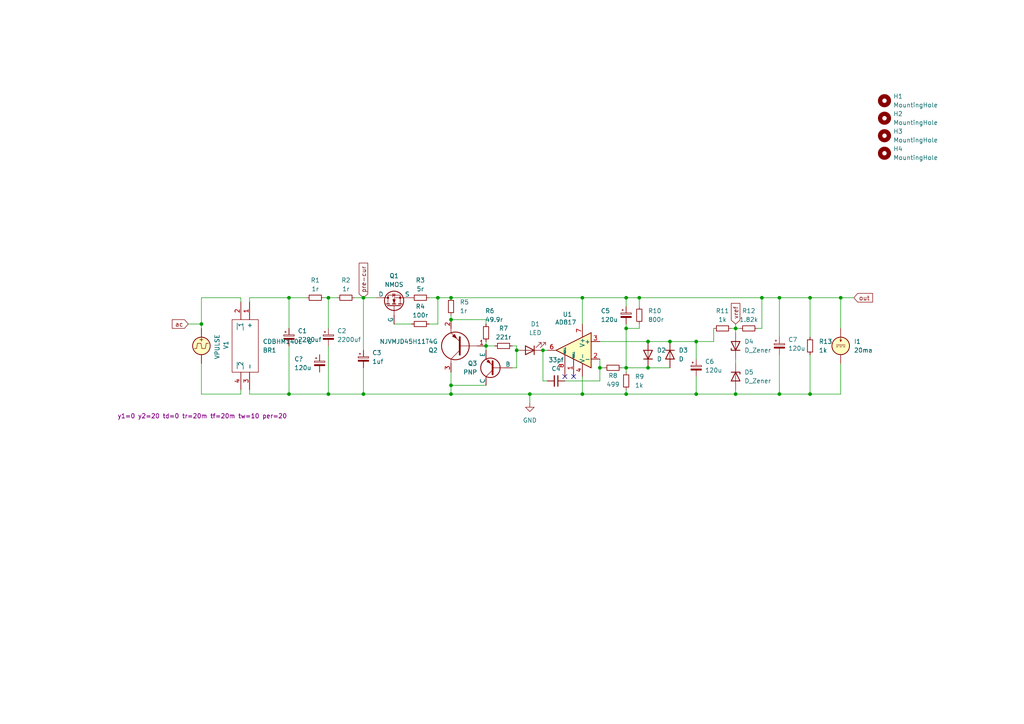
<source format=kicad_sch>
(kicad_sch (version 20231120) (generator "eeschema") (generator_version "8.0")
  (paper "A4")
  (lib_symbols
    (symbol "Amplifier_Operational:AD817" (pin_names (offset 0.127))
      (property "Reference" "U" (at 1.27 6.35 0))
      (property "Value" "AD817" (at 1.27 3.81 0))
      (symbol "AD817_0_1"
        (polyline (pts (xy -5.08 5.08) (xy 5.08 0) (xy -5.08 -5.08) (xy -5.08 5.08)) (stroke (width 0.254)) (fill (type background)))
      )
      (symbol "AD817_1_1"
        (pin input line (at 0 -7.62 90) (length 5.08) (name "NULL") (number "1"))
        (pin input line (at -7.62 -2.54 0) (length 2.54) (name "-") (number "2"))
        (pin input line (at -7.62 2.54 0) (length 2.54) (name "+") (number "3"))
        (pin power_in line (at -2.54 -7.62 90) (length 3.81) (name "V-") (number "4"))
        (pin no_connect line (at 0 2.54 270) (length 2.54) hide (name "NC") (number "5"))
        (pin output line (at 7.62 0 180) (length 2.54) (name "~") (number "6"))
        (pin power_in line (at -2.54 7.62 270) (length 3.81) (name "V+") (number "7"))
        (pin input line (at 2.54 -7.62 90) (length 6.35) (name "NULL") (number "8"))
      )
    )
    (symbol "Device:C_Polarized_Small" (pin_numbers hide) (pin_names (offset 0.254) hide)
      (property "Reference" "C" (at 0.254 1.778 0))
      (property "Value" "C_Polarized_Small" (at 0.254 -2.032 0))
      (symbol "C_Polarized_Small_0_1"
        (rectangle (start -1.524 -0.3048) (end 1.524 -0.6858) (fill (type outline)))
        (rectangle (start -1.524 0.6858) (end 1.524 0.3048))
        (polyline (pts (xy -1.27 1.524) (xy -0.762 1.524)))
        (polyline (pts (xy -1.016 1.27) (xy -1.016 1.778)))
      )
      (symbol "C_Polarized_Small_1_1"
        (pin passive line (at 0 2.54 270) (length 1.8542) (name "~") (number "1"))
        (pin passive line (at 0 -2.54 90) (length 1.8542) (name "~") (number "2"))
      )
    )
    (symbol "Device:C_Small" (pin_numbers hide) (pin_names (offset 0.254) hide)
      (property "Reference" "C" (at 0.254 1.778 0))
      (property "Value" "C_Small" (at 0.254 -2.032 0))
      (symbol "C_Small_0_1"
        (polyline (pts (xy -1.524 -0.508) (xy 1.524 -0.508)) (stroke (width 0.3302)))
        (polyline (pts (xy -1.524 0.508) (xy 1.524 0.508)) (stroke (width 0.3048)))
      )
      (symbol "C_Small_1_1"
        (pin passive line (at 0 2.54 270) (length 2.032) (name "~") (number "1"))
        (pin passive line (at 0 -2.54 90) (length 2.032) (name "~") (number "2"))
      )
    )
    (symbol "Device:D" (pin_numbers hide) (pin_names (offset 1.016) hide)
      (property "Reference" "D" (at 0 2.54 0))
      (property "Value" "D" (at 0 -2.54 0))
      (symbol "D_0_1"
        (polyline (pts (xy -1.27 1.27) (xy -1.27 -1.27)) (stroke (width 0.254)))
        (polyline (pts (xy 1.27 0) (xy -1.27 0)))
        (polyline (pts (xy 1.27 1.27) (xy 1.27 -1.27) (xy -1.27 0) (xy 1.27 1.27)) (stroke (width 0.254)))
      )
      (symbol "D_1_1"
        (pin passive line (at -3.81 0 0) (length 2.54) (name "K") (number "1"))
        (pin passive line (at 3.81 0 180) (length 2.54) (name "A") (number "2"))
      )
    )
    (symbol "Device:D_Zener" (pin_numbers hide) (pin_names (offset 1.016) hide)
      (property "Reference" "D" (at 0 2.54 0))
      (property "Value" "D_Zener" (at 0 -2.54 0))
      (symbol "D_Zener_0_1"
        (polyline (pts (xy 1.27 0) (xy -1.27 0)))
        (polyline (pts (xy -1.27 -1.27) (xy -1.27 1.27) (xy -0.762 1.27)) (stroke (width 0.254)))
        (polyline (pts (xy 1.27 -1.27) (xy 1.27 1.27) (xy -1.27 0) (xy 1.27 -1.27)) (stroke (width 0.254)))
      )
      (symbol "D_Zener_1_1"
        (pin passive line (at -3.81 0 0) (length 2.54) (name "K") (number "1"))
        (pin passive line (at 3.81 0 180) (length 2.54) (name "A") (number "2"))
      )
    )
    (symbol "Device:LED" (pin_numbers hide) (pin_names (offset 1.016) hide)
      (property "Reference" "D" (at 0 2.54 0))
      (property "Value" "LED" (at 0 -2.54 0))
      (symbol "LED_0_1"
        (polyline (pts (xy -1.27 -1.27) (xy -1.27 1.27)) (stroke (width 0.254)))
        (polyline (pts (xy -1.27 0) (xy 1.27 0)))
        (polyline (pts (xy 1.27 -1.27) (xy 1.27 1.27) (xy -1.27 0) (xy 1.27 -1.27)) (stroke (width 0.254)))
        (polyline (pts (xy -3.048 -0.762) (xy -4.572 -2.286) (xy -3.81 -2.286) (xy -4.572 -2.286) (xy -4.572 -1.524)))
        (polyline (pts (xy -1.778 -0.762) (xy -3.302 -2.286) (xy -2.54 -2.286) (xy -3.302 -2.286) (xy -3.302 -1.524)))
      )
      (symbol "LED_1_1"
        (pin passive line (at -3.81 0 0) (length 2.54) (name "K") (number "1"))
        (pin passive line (at 3.81 0 180) (length 2.54) (name "A") (number "2"))
      )
    )
    (symbol "Device:R_Small" (pin_numbers hide) (pin_names (offset 0.254) hide)
      (property "Reference" "R" (at 0.762 0.508 0))
      (property "Value" "R_Small" (at 0.762 -1.016 0))
      (symbol "R_Small_0_1"
        (rectangle (start -0.762 1.778) (end 0.762 -1.778) (stroke (width 0.2032)))
      )
      (symbol "R_Small_1_1"
        (pin passive line (at 0 2.54 270) (length 0.762) (name "~") (number "1"))
        (pin passive line (at 0 -2.54 90) (length 0.762) (name "~") (number "2"))
      )
    )
    (symbol "Mechanical:MountingHole" (pin_names (offset 1.016)) (exclude_from_sim yes) (in_bom no)
      (property "Reference" "H" (at 0 5.08 0))
      (property "Value" "MountingHole" (at 0 3.175 0))
      (symbol "MountingHole_0_1"
        (circle (center 0 0) (radius 1.27) (stroke (width 1.27)))
      )
    )
    (symbol "Samacsys:CDBHM140L-G" (pin_names (offset 0.762))
      (property "Reference" "BR" (at 21.59 7.62 0))
      (property "Value" "CDBHM140L-G" (at 21.59 5.08 0))
      (symbol "CDBHM140L-G_0_0"
        (pin passive line (at 25.4 0 180) (length 5.08) (name "+") (number "1"))
        (pin passive line (at 25.4 -2.54 180) (length 5.08) (name "~{_1}") (number "2"))
        (pin passive line (at 0 0 0) (length 5.08) (name "-") (number "3"))
        (pin passive line (at 0 -2.54 0) (length 5.08) (name "~{_2}") (number "4"))
      )
      (symbol "CDBHM140L-G_0_1"
        (polyline (pts (xy 5.08 2.54) (xy 20.32 2.54) (xy 20.32 -5.08) (xy 5.08 -5.08) (xy 5.08 2.54)) (stroke (width 0.1524)))
      )
    )
    (symbol "Samacsys:NJVMJD45H11T4G" (pin_names (offset 0.762))
      (property "Reference" "Q" (at 13.97 1.27 0))
      (property "Value" "NJVMJD45H11T4G" (at 13.97 -1.27 0))
      (symbol "NJVMJD45H11T4G_0_0"
        (pin passive line (at 0 0 0) (length 2.54) (name "~") (number "1"))
        (pin passive line (at 10.16 -7.62 90) (length 2.54) (name "~") (number "2"))
        (pin passive line (at 10.16 7.62 270) (length 2.54) (name "~") (number "3"))
      )
      (symbol "NJVMJD45H11T4G_0_1"
        (polyline (pts (xy 2.54 0) (xy 7.62 0)) (stroke (width 0.1524)))
        (polyline (pts (xy 7.62 -1.27) (xy 10.16 -3.81)) (stroke (width 0.1524)))
        (polyline (pts (xy 7.62 1.27) (xy 10.16 3.81)) (stroke (width 0.1524)))
        (polyline (pts (xy 7.62 2.54) (xy 7.62 -2.54)) (stroke (width 0.508)))
        (polyline (pts (xy 10.16 -3.81) (xy 10.16 -5.08)) (stroke (width 0.1524)))
        (polyline (pts (xy 10.16 3.81) (xy 10.16 5.08)) (stroke (width 0.1524)))
        (polyline (pts (xy 9.652 -2.794) (xy 9.144 -3.302) (xy 8.636 -2.286) (xy 9.652 -2.794)) (stroke (width 0.254)) (fill (type outline)))
        (circle (center 8.89 0) (radius 4.0132) (stroke (width 0.254)))
      )
    )
    (symbol "Simulation_SPICE:IDC" (pin_numbers hide) (pin_names (offset 0.0254))
      (property "Reference" "I" (at 2.54 2.54 0))
      (property "Value" "1" (at 2.54 0 0))
      (symbol "IDC_0_0"
        (polyline (pts (xy -1.27 0.254) (xy 1.27 0.254)))
        (polyline (pts (xy -0.762 -0.254) (xy -1.27 -0.254)))
        (polyline (pts (xy 0.254 -0.254) (xy -0.254 -0.254)))
        (polyline (pts (xy 1.27 -0.254) (xy 0.762 -0.254)))
      )
      (symbol "IDC_0_1"
        (polyline (pts (xy 0 1.27) (xy 0 2.286)))
        (polyline (pts (xy -0.254 1.778) (xy 0 1.27) (xy 0.254 1.778)))
        (circle (center 0 0) (radius 2.54) (stroke (width 0.254)) (fill (type background)))
      )
      (symbol "IDC_1_1"
        (pin passive line (at 0 5.08 270) (length 2.54) (name "~") (number "1"))
        (pin passive line (at 0 -5.08 90) (length 2.54) (name "~") (number "2"))
      )
    )
    (symbol "Simulation_SPICE:NMOS" (pin_numbers hide) (pin_names (offset 0))
      (property "Reference" "Q" (at 5.08 1.27 0))
      (property "Value" "NMOS" (at 5.08 -1.27 0))
      (symbol "NMOS_0_1"
        (polyline (pts (xy 0.254 0) (xy -2.54 0)))
        (polyline (pts (xy 0.254 1.905) (xy 0.254 -1.905)) (stroke (width 0.254)))
        (polyline (pts (xy 0.762 -1.27) (xy 0.762 -2.286)) (stroke (width 0.254)))
        (polyline (pts (xy 0.762 0.508) (xy 0.762 -0.508)) (stroke (width 0.254)))
        (polyline (pts (xy 0.762 2.286) (xy 0.762 1.27)) (stroke (width 0.254)))
        (polyline (pts (xy 2.54 2.54) (xy 2.54 1.778)))
        (polyline (pts (xy 2.54 -2.54) (xy 2.54 0) (xy 0.762 0)))
        (polyline (pts (xy 0.762 -1.778) (xy 3.302 -1.778) (xy 3.302 1.778) (xy 0.762 1.778)))
        (polyline (pts (xy 1.016 0) (xy 2.032 0.381) (xy 2.032 -0.381) (xy 1.016 0)) (fill (type outline)))
        (polyline (pts (xy 2.794 0.508) (xy 2.921 0.381) (xy 3.683 0.381) (xy 3.81 0.254)))
        (polyline (pts (xy 3.302 0.381) (xy 2.921 -0.254) (xy 3.683 -0.254) (xy 3.302 0.381)))
        (circle (center 1.651 0) (radius 2.794) (stroke (width 0.254)))
        (circle (center 2.54 -1.778) (radius 0.254) (fill (type outline)))
        (circle (center 2.54 1.778) (radius 0.254) (fill (type outline)))
      )
      (symbol "NMOS_1_1"
        (pin passive line (at 2.54 5.08 270) (length 2.54) (name "D") (number "1"))
        (pin input line (at -5.08 0 0) (length 2.54) (name "G") (number "2"))
        (pin passive line (at 2.54 -5.08 90) (length 2.54) (name "S") (number "3"))
      )
    )
    (symbol "Simulation_SPICE:PNP" (pin_numbers hide) (pin_names (offset 0))
      (property "Reference" "Q" (at -2.54 7.62 0))
      (property "Value" "PNP" (at -2.54 5.08 0))
      (symbol "PNP_0_1"
        (polyline (pts (xy -2.54 0) (xy 0.635 0)) (stroke (width 0.1524)))
        (polyline (pts (xy 0.635 0.635) (xy 2.54 2.54)))
        (polyline (pts (xy 0.635 -0.635) (xy 2.54 -2.54) (xy 2.54 -2.54)))
        (polyline (pts (xy 0.635 1.905) (xy 0.635 -1.905) (xy 0.635 -1.905)) (stroke (width 0.508)))
        (polyline (pts (xy 2.286 -1.778) (xy 1.778 -2.286) (xy 1.27 -1.27) (xy 2.286 -1.778) (xy 2.286 -1.778)) (fill (type outline)))
        (circle (center 1.27 0) (radius 2.8194) (stroke (width 0.254)))
      )
      (symbol "PNP_1_1"
        (pin open_collector line (at 2.54 5.08 270) (length 2.54) (name "C") (number "1"))
        (pin input line (at -5.08 0 0) (length 2.54) (name "B") (number "2"))
        (pin open_emitter line (at 2.54 -5.08 90) (length 2.54) (name "E") (number "3"))
      )
    )
    (symbol "Simulation_SPICE:VPULSE" (pin_numbers hide) (pin_names (offset 0.0254))
      (property "Reference" "V" (at 2.54 2.54 0))
      (property "Value" "VPULSE" (at 2.54 0 0))
      (property "Sim.Params" "y1=0 y2=1 td=2n tr=2n tf=2n tw=50n per=100n" (at 2.54 -2.54 0))
      (symbol "VPULSE_0_0"
        (polyline (pts (xy -2.032 -0.762) (xy -1.397 -0.762) (xy -1.143 0.762) (xy -0.127 0.762) (xy 0.127 -0.762) (xy 1.143 -0.762) (xy 1.397 0.762) (xy 2.032 0.762)))
        (text "+" (at 0 1.905 0) (effects (font (size 1.27 1.27))))
      )
      (symbol "VPULSE_0_1"
        (circle (center 0 0) (radius 2.54) (stroke (width 0.254)) (fill (type background)))
      )
      (symbol "VPULSE_1_1"
        (pin passive line (at 0 5.08 270) (length 2.54) (name "~") (number "1"))
        (pin passive line (at 0 -5.08 90) (length 2.54) (name "~") (number "2"))
      )
    )
    (symbol "power:GND" (power) (pin_numbers hide) (pin_names (offset 0) hide)
      (property "Value" "GND" (at 0 -3.81 0))
      (symbol "GND_0_1"
        (polyline (pts (xy 0 0) (xy 0 -1.27) (xy 1.27 -1.27) (xy 0 -2.54) (xy -1.27 -1.27) (xy 0 -1.27)))
      )
      (symbol "GND_1_1"
        (pin power_in line (at 0 0 270) (length 0) (name "~") (number "1"))
      )
    )
  )
  (junction (at 220.98 86.36))
  (junction (at 185.42 86.36))
  (junction (at 130.81 114.3))
  (junction (at 157.48 101.6))
  (junction (at 58.42 93.98))
  (junction (at 168.91 86.36))
  (junction (at 168.91 114.3))
  (junction (at 243.84 86.36))
  (junction (at 181.61 95.25))
  (junction (at 130.81 92.71))
  (junction (at 153.67 114.3))
  (junction (at 105.41 114.3))
  (junction (at 83.82 86.36))
  (junction (at 234.95 114.3))
  (junction (at 173.99 106.68))
  (junction (at 201.93 114.3))
  (junction (at 234.95 86.36))
  (junction (at 95.25 86.36))
  (junction (at 140.97 100.33))
  (junction (at 95.25 114.3))
  (junction (at 83.82 114.3))
  (junction (at 194.31 99.06))
  (junction (at 187.96 99.06))
  (junction (at 187.96 106.68))
  (junction (at 130.81 86.36))
  (junction (at 213.36 114.3))
  (junction (at 130.81 111.76))
  (junction (at 181.61 114.3))
  (junction (at 149.86 101.6))
  (junction (at 105.41 86.36))
  (junction (at 201.93 99.06))
  (junction (at 226.06 86.36))
  (junction (at 127 86.36))
  (junction (at 213.36 95.25))
  (junction (at 181.61 86.36))
  (junction (at 181.61 106.68))
  (junction (at 226.06 114.3))
  (no_connect (at 163.83 109.22))
  (no_connect (at 166.37 109.22))
  (wire (pts (xy 58.42 105.41) (xy 58.42 114.3)))
  (wire (pts (xy 72.39 114.3) (xy 72.39 113.03)))
  (wire (pts (xy 219.71 95.25) (xy 220.98 95.25)))
  (wire (pts (xy 187.96 99.06) (xy 194.31 99.06)))
  (wire (pts (xy 130.81 86.36) (xy 168.91 86.36)))
  (wire (pts (xy 181.61 86.36) (xy 185.42 86.36)))
  (wire (pts (xy 234.95 102.87) (xy 234.95 114.3)))
  (wire (pts (xy 194.31 99.06) (xy 201.93 99.06)))
  (wire (pts (xy 58.42 93.98) (xy 54.61 93.98)))
  (wire (pts (xy 130.81 114.3) (xy 153.67 114.3)))
  (wire (pts (xy 185.42 86.36) (xy 185.42 88.9)))
  (wire (pts (xy 127 93.98) (xy 127 86.36)))
  (wire (pts (xy 127 86.36) (xy 130.81 86.36)))
  (wire (pts (xy 69.85 86.36) (xy 58.42 86.36)))
  (wire (pts (xy 168.91 109.22) (xy 168.91 114.3)))
  (wire (pts (xy 243.84 114.3) (xy 234.95 114.3)))
  (wire (pts (xy 173.99 106.68) (xy 175.26 106.68)))
  (wire (pts (xy 124.46 86.36) (xy 127 86.36)))
  (wire (pts (xy 58.42 114.3) (xy 69.85 114.3)))
  (wire (pts (xy 95.25 86.36) (xy 95.25 95.25)))
  (wire (pts (xy 153.67 116.84) (xy 153.67 114.3)))
  (wire (pts (xy 105.41 114.3) (xy 130.81 114.3)))
  (wire (pts (xy 187.96 106.68) (xy 194.31 106.68)))
  (wire (pts (xy 201.93 99.06) (xy 201.93 104.14)))
  (wire (pts (xy 181.61 106.68) (xy 187.96 106.68)))
  (wire (pts (xy 220.98 95.25) (xy 220.98 86.36)))
  (wire (pts (xy 149.86 106.68) (xy 148.59 106.68)))
  (wire (pts (xy 130.81 111.76) (xy 130.81 114.3)))
  (wire (pts (xy 105.41 86.36) (xy 105.41 101.6)))
  (wire (pts (xy 158.75 101.6) (xy 157.48 101.6)))
  (wire (pts (xy 83.82 114.3) (xy 95.25 114.3)))
  (wire (pts (xy 168.91 114.3) (xy 181.61 114.3)))
  (wire (pts (xy 180.34 106.68) (xy 181.61 106.68)))
  (wire (pts (xy 234.95 114.3) (xy 226.06 114.3)))
  (wire (pts (xy 149.86 100.33) (xy 149.86 101.6)))
  (wire (pts (xy 181.61 95.25) (xy 185.42 95.25)))
  (wire (pts (xy 173.99 99.06) (xy 187.96 99.06)))
  (wire (pts (xy 181.61 106.68) (xy 181.61 107.95)))
  (wire (pts (xy 243.84 105.41) (xy 243.84 114.3)))
  (wire (pts (xy 69.85 87.63) (xy 69.85 86.36)))
  (wire (pts (xy 168.91 93.98) (xy 168.91 86.36)))
  (wire (pts (xy 58.42 93.98) (xy 58.42 95.25)))
  (wire (pts (xy 95.25 114.3) (xy 105.41 114.3)))
  (wire (pts (xy 201.93 109.22) (xy 201.93 114.3)))
  (wire (pts (xy 181.61 114.3) (xy 201.93 114.3)))
  (wire (pts (xy 140.97 100.33) (xy 143.51 100.33)))
  (wire (pts (xy 72.39 86.36) (xy 72.39 87.63)))
  (wire (pts (xy 207.01 95.25) (xy 207.01 99.06)))
  (wire (pts (xy 185.42 86.36) (xy 220.98 86.36)))
  (wire (pts (xy 213.36 95.25) (xy 214.63 95.25)))
  (wire (pts (xy 168.91 86.36) (xy 181.61 86.36)))
  (wire (pts (xy 234.95 86.36) (xy 234.95 97.79)))
  (wire (pts (xy 181.61 86.36) (xy 181.61 88.9)))
  (wire (pts (xy 72.39 86.36) (xy 83.82 86.36)))
  (wire (pts (xy 213.36 114.3) (xy 226.06 114.3)))
  (wire (pts (xy 201.93 114.3) (xy 213.36 114.3)))
  (wire (pts (xy 226.06 86.36) (xy 234.95 86.36)))
  (wire (pts (xy 130.81 111.76) (xy 140.97 111.76)))
  (wire (pts (xy 181.61 93.98) (xy 181.61 95.25)))
  (wire (pts (xy 130.81 107.95) (xy 130.81 111.76)))
  (wire (pts (xy 243.84 86.36) (xy 234.95 86.36)))
  (wire (pts (xy 105.41 86.36) (xy 109.22 86.36)))
  (wire (pts (xy 158.75 110.49) (xy 157.48 110.49)))
  (wire (pts (xy 243.84 86.36) (xy 243.84 95.25)))
  (wire (pts (xy 163.83 110.49) (xy 173.99 110.49)))
  (wire (pts (xy 213.36 95.25) (xy 213.36 93.98)))
  (wire (pts (xy 213.36 104.14) (xy 213.36 105.41)))
  (wire (pts (xy 201.93 99.06) (xy 207.01 99.06)))
  (wire (pts (xy 114.3 93.98) (xy 119.38 93.98)))
  (wire (pts (xy 149.86 101.6) (xy 149.86 106.68)))
  (wire (pts (xy 124.46 93.98) (xy 127 93.98)))
  (wire (pts (xy 95.25 100.33) (xy 95.25 114.3)))
  (wire (pts (xy 130.81 91.44) (xy 130.81 92.71)))
  (wire (pts (xy 173.99 106.68) (xy 173.99 104.14)))
  (wire (pts (xy 72.39 114.3) (xy 83.82 114.3)))
  (wire (pts (xy 130.81 92.71) (xy 140.97 92.71)))
  (wire (pts (xy 181.61 95.25) (xy 181.61 106.68)))
  (wire (pts (xy 83.82 86.36) (xy 83.82 95.25)))
  (wire (pts (xy 140.97 100.33) (xy 140.97 101.6)))
  (wire (pts (xy 243.84 86.36) (xy 247.65 86.36)))
  (wire (pts (xy 140.97 92.71) (xy 140.97 93.98)))
  (wire (pts (xy 83.82 100.33) (xy 83.82 114.3)))
  (wire (pts (xy 95.25 86.36) (xy 97.79 86.36)))
  (wire (pts (xy 185.42 93.98) (xy 185.42 95.25)))
  (wire (pts (xy 173.99 106.68) (xy 173.99 110.49)))
  (wire (pts (xy 213.36 95.25) (xy 213.36 96.52)))
  (wire (pts (xy 83.82 86.36) (xy 88.9 86.36)))
  (wire (pts (xy 181.61 113.03) (xy 181.61 114.3)))
  (wire (pts (xy 212.09 95.25) (xy 213.36 95.25)))
  (wire (pts (xy 168.91 114.3) (xy 153.67 114.3)))
  (wire (pts (xy 220.98 86.36) (xy 226.06 86.36)))
  (wire (pts (xy 69.85 114.3) (xy 69.85 113.03)))
  (wire (pts (xy 149.86 100.33) (xy 148.59 100.33)))
  (wire (pts (xy 226.06 86.36) (xy 226.06 97.79)))
  (wire (pts (xy 93.98 86.36) (xy 95.25 86.36)))
  (wire (pts (xy 105.41 106.68) (xy 105.41 114.3)))
  (wire (pts (xy 157.48 101.6) (xy 157.48 110.49)))
  (wire (pts (xy 140.97 99.06) (xy 140.97 100.33)))
  (wire (pts (xy 226.06 102.87) (xy 226.06 114.3)))
  (wire (pts (xy 58.42 86.36) (xy 58.42 93.98)))
  (wire (pts (xy 102.87 86.36) (xy 105.41 86.36)))
  (wire (pts (xy 213.36 113.03) (xy 213.36 114.3)))
  (global_label "out" (shape input) (at 247.65 86.36 0) (property "Intersheetrefs" "${INTERSHEET_REFS}" (effects (hide yes))))
  (global_label "pre-cur" (shape input) (at 105.41 86.36 90) (property "Intersheetrefs" "${INTERSHEET_REFS}" (effects (hide yes))))
  (global_label "vref" (shape input) (at 213.36 93.98 90) (property "Intersheetrefs" "${INTERSHEET_REFS}" (effects (hide yes))))
  (global_label "ac" (shape input) (at 54.61 93.98 180) (property "Intersheetrefs" "${INTERSHEET_REFS}" (effects (hide yes))))
  (symbol (lib_id "power:GND") (at 153.67 116.84 0) (unit 1)
    (property "Reference" "#PWR01" (effects (hide yes)))
    (property "Value" "GND" (at 153.67 121.92 0))
    (property "Description" "Power symbol creates a global label with name \"GND\" , ground" (effects (hide yes)))
  )
  (symbol (lib_id "Device:C_Polarized_Small") (at 105.41 104.14 0) (unit 1)
    (property "Reference" "C3" (at 107.95 102.3238 0) (effects (justify left)))
    (property "Value" "1uf" (at 107.95 104.8638 0) (effects (justify left)))
    (property "Footprint" "Samacsys:B32529C105J" (effects (hide yes)))
    (property "Description" "Polarized capacitor, small symbol" (effects (hide yes)))
  )
  (symbol (lib_id "Device:C_Polarized_Small") (at 95.25 97.79 0) (unit 1)
    (property "Reference" "C2" (at 97.79 95.9738 0) (effects (justify left)))
    (property "Value" "2200uf" (at 97.79 98.5138 0) (effects (justify left)))
    (property "Footprint" "Capacitor_THT:CP_Radial_D12.5mm_P5.00mm" (effects (hide yes)))
    (property "Description" "Polarized capacitor, small symbol" (effects (hide yes)))
  )
  (symbol (lib_id "Device:R_Small") (at 181.61 110.49 0) (unit 1)
    (property "Reference" "R9" (at 184.15 109.2199 0) (effects (justify left)))
    (property "Value" "1k" (at 184.15 111.7599 0) (effects (justify left)))
    (property "Footprint" "Resistor_SMD:R_MELF_MMB-0207" (effects (hide yes)))
    (property "Description" "Resistor, small symbol" (effects (hide yes)))
  )
  (symbol (lib_id "Device:R_Small") (at 209.55 95.25 270) (unit 1)
    (property "Reference" "R11" (at 209.55 90.17 90))
    (property "Value" "1k" (at 209.55 92.71 90))
    (property "Footprint" "Resistor_SMD:R_1206_3216Metric" (effects (hide yes)))
    (property "Description" "Resistor, small symbol" (effects (hide yes)))
  )
  (symbol (lib_id "Simulation_SPICE:IDC") (at 243.84 100.33 0) (unit 1)
    (property "Reference" "I1" (at 247.65 99.0599 0) (effects (justify left)))
    (property "Value" "20ma" (at 247.65 101.5999 0) (effects (justify left)))
    (property "Footprint" "Samacsys:395443002" (effects (hide yes)))
    (property "Datasheet" "https://ngspice.sourceforge.io/docs/ngspice-html-manual/manual.xhtml#sec_Independent_Sources_for" (effects (hide yes)))
    (property "Description" "Current source, DC" (effects (hide yes)))
    (property "Sim.Pins" "1=+ 2=-" (effects (hide yes)))
    (property "Sim.Type" "DC" (effects (hide yes)))
    (property "Sim.Device" "I" (effects (hide yes)))
  )
  (symbol (lib_id "Device:D") (at 194.31 102.87 270) (unit 1)
    (property "Reference" "D3" (at 196.85 101.5999 90) (effects (justify left)))
    (property "Value" "D" (at 196.85 104.1399 90) (effects (justify left)))
    (property "Footprint" "Diode_SMD:D_SOD-123F" (effects (hide yes)))
    (property "Description" "Diode" (effects (hide yes)))
    (property "Sim.Device" "D" (effects (hide yes)))
    (property "Sim.Pins" "1=K 2=A" (effects (hide yes)))
    (property "Sim.Library" "/Users/cibo/Documents/spice/d.lib" (effects (hide yes)))
    (property "Sim.Name" "1N4148" (effects (hide yes)))
  )
  (symbol (lib_id "Device:R_Small") (at 140.97 96.52 180) (unit 1)
    (property "Reference" "R6" (at 140.716 90.17 0) (effects (justify right)))
    (property "Value" "49.9r" (at 140.716 92.71 0) (effects (justify right)))
    (property "Footprint" "Resistor_SMD:R_1206_3216Metric" (effects (hide yes)))
    (property "Description" "Resistor, small symbol" (effects (hide yes)))
  )
  (symbol (lib_id "Device:C_Polarized_Small") (at 92.71 105.41 0) (unit 1)
    (property "Reference" "C?" (at 85.344 104.14 0) (effects (justify left)))
    (property "Value" "120u" (at 85.344 106.68 0) (effects (justify left)))
    (property "Footprint" "Capacitor_THT:CP_Radial_D5.0mm_P2.00mm" (effects (hide yes)))
    (property "Description" "Polarized capacitor, small symbol" (effects (hide yes)))
  )
  (symbol (lib_id "Device:D") (at 187.96 102.87 90) (unit 1)
    (property "Reference" "D2" (at 190.5 101.5999 90) (effects (justify right)))
    (property "Value" "D" (at 190.5 104.1399 90) (effects (justify right)))
    (property "Footprint" "Diode_SMD:D_SOD-123F" (effects (hide yes)))
    (property "Description" "Diode" (effects (hide yes)))
    (property "Sim.Device" "D" (effects (hide yes)))
    (property "Sim.Pins" "1=K 2=A" (effects (hide yes)))
    (property "Sim.Library" "/Users/cibo/Documents/spice/d.lib" (effects (hide yes)))
    (property "Sim.Name" "1N4148" (effects (hide yes)))
  )
  (symbol (lib_id "Samacsys:NJVMJD45H11T4G") (at 140.97 100.33 180) (unit 1)
    (property "Reference" "Q2" (at 127 101.6001 0) (effects (justify left)))
    (property "Value" "NJVMJD45H11T4G" (at 127 99.0601 0) (effects (justify left)))
    (property "Footprint" "Samacsys:DPAK_(SINGLE-GAUGE)_TO-252(369C)_ISSUE_F" (effects (hide yes)))
    (property "Datasheet" "https://www.onsemi.com/pub/Collateral/MJD44H11-D.PDF" (effects (hide yes)))
    (property "Description" "ON SEMICONDUCTOR - NJVMJD45H11T4G - TRANSISTOR, AEC-Q101, PNP, -80V, TO-252" (effects (hide yes)))
    (property "Description_1" "ON SEMICONDUCTOR - NJVMJD45H11T4G - TRANSISTOR, AEC-Q101, PNP, -80V, TO-252" (effects (hide yes)))
    (property "Mouser Part Number" "863-NJVMJD45H11T4G-0" (effects (hide yes)))
    (property "Mouser Price/Stock" "https://www.mouser.co.uk/ProductDetail/onsemi/NJVMJD45H11T4G?qs=3PKVEWFFm28XUf1kNb9Dow%3D%3D" (effects (hide yes)))
    (property "Manufacturer_Name" "onsemi" (effects (hide yes)))
    (property "Manufacturer_Part_Number" "NJVMJD45H11T4G" (effects (hide yes)))
    (property "Sim.Library" "/Users/cibo/Documents/spice/bjt.lib" (effects (hide yes)))
    (property "Sim.Name" "D45H11" (effects (hide yes)))
    (property "Sim.Device" "PNP" (effects (hide yes)))
    (property "Sim.Type" "GUMMELPOON" (effects (hide yes)))
    (property "Sim.Pins" "1=C 2=B 3=E" (effects (hide yes)))
  )
  (symbol (lib_id "Simulation_SPICE:VPULSE") (at 58.42 100.33 0) (unit 1)
    (property "Reference" "V1" (at 65.532 100.076 90))
    (property "Value" "VPULSE" (at 62.992 100.584 90))
    (property "Footprint" "Samacsys:395443002" (effects (hide yes)))
    (property "Datasheet" "https://ngspice.sourceforge.io/docs/ngspice-html-manual/manual.xhtml#sec_Independent_Sources_for" (effects (hide yes)))
    (property "Description" "Voltage source, pulse" (effects (hide yes)))
    (property "Sim.Pins" "1=+ 2=-" (effects (hide yes)))
    (property "Sim.Type" "PULSE" (effects (hide yes)))
    (property "Sim.Device" "V" (effects (hide yes)))
    (property "Sim.Params" "y1=0 y2=20 td=0 tr=20m tf=20m tw=10 per=20" (at 58.674 120.65 0))
  )
  (symbol (lib_id "Device:LED") (at 153.67 101.6 180) (unit 1)
    (property "Reference" "D1" (at 155.2575 93.98 0))
    (property "Value" "LED" (at 155.2575 96.52 0))
    (property "Footprint" "Diode_SMD:D_0805_2012Metric" (effects (hide yes)))
    (property "Description" "Light emitting diode" (effects (hide yes)))
    (property "Sim.Library" "/Users/cibo/Documents/spice/d.lib" (effects (hide yes)))
    (property "Sim.Name" "LTL-4211N" (effects (hide yes)))
    (property "Sim.Device" "D" (effects (hide yes)))
    (property "Sim.Pins" "1=K 2=A" (effects (hide yes)))
  )
  (symbol (lib_id "Simulation_SPICE:NMOS") (at 114.3 88.9 90) (unit 1)
    (property "Reference" "Q1" (at 114.3 80.01 90))
    (property "Value" "NMOS" (at 114.3 82.55 90))
    (property "Footprint" "Package_TO_SOT_THT:TO-220-3_Horizontal_TabDown" (effects (hide yes)))
    (property "Datasheet" "https://ngspice.sourceforge.io/docs/ngspice-html-manual/manual.xhtml#cha_MOSFETs" (effects (hide yes)))
    (property "Description" "N-MOSFET transistor, drain/source/gate" (effects (hide yes)))
    (property "Sim.Device" "NMOS" (effects (hide yes)))
    (property "Sim.Type" "MOS1" (effects (hide yes)))
    (property "Sim.Pins" "1=D 2=G 3=S" (effects (hide yes)))
    (property "Sim.Library" "/Users/cibo/Documents/spice/mos.lib" (effects (hide yes)))
    (property "Sim.Name" "DN2540" (effects (hide yes)))
  )
  (symbol (lib_id "Device:R_Small") (at 91.44 86.36 270) (unit 1)
    (property "Reference" "R1" (at 91.44 81.28 90))
    (property "Value" "1r" (at 91.44 83.82 90))
    (property "Footprint" "Resistor_SMD:R_1206_3216Metric" (effects (hide yes)))
    (property "Description" "Resistor, small symbol" (effects (hide yes)))
  )
  (symbol (lib_id "Device:C_Polarized_Small") (at 201.93 106.68 0) (unit 1)
    (property "Reference" "C6" (at 204.47 104.8638 0) (effects (justify left)))
    (property "Value" "120u" (at 204.47 107.4038 0) (effects (justify left)))
    (property "Footprint" "Capacitor_THT:CP_Radial_D5.0mm_P2.00mm" (effects (hide yes)))
    (property "Description" "Polarized capacitor, small symbol" (effects (hide yes)))
  )
  (symbol (lib_id "Device:D_Zener") (at 213.36 109.22 270) (unit 1)
    (property "Reference" "D5" (at 215.9 107.9499 90) (effects (justify left)))
    (property "Value" "D_Zener" (at 215.9 110.4899 90) (effects (justify left)))
    (property "Footprint" "Package_TO_SOT_SMD:SOT-23-3" (effects (hide yes)))
    (property "Description" "Zener diode" (effects (hide yes)))
    (property "Sim.Library" "/Users/cibo/Documents/spice/d.lib" (effects (hide yes)))
    (property "Sim.Name" "BZX84C6V2L" (effects (hide yes)))
    (property "Sim.Device" "D" (effects (hide yes)))
    (property "Sim.Pins" "1=K 2=A" (effects (hide yes)))
  )
  (symbol (lib_id "Device:D_Zener") (at 213.36 100.33 90) (unit 1)
    (property "Reference" "D4" (at 215.9 99.0599 90) (effects (justify right)))
    (property "Value" "D_Zener" (at 215.9 101.5999 90) (effects (justify right)))
    (property "Footprint" "Package_TO_SOT_SMD:SOT-23-3" (effects (hide yes)))
    (property "Description" "Zener diode" (effects (hide yes)))
    (property "Sim.Library" "/Users/cibo/Documents/spice/d.lib" (effects (hide yes)))
    (property "Sim.Name" "BZX84C6V2L" (effects (hide yes)))
    (property "Sim.Device" "D" (effects (hide yes)))
    (property "Sim.Pins" "1=K 2=A" (effects (hide yes)))
  )
  (symbol (lib_id "Mechanical:MountingHole") (at 256.54 44.45 0) (unit 1) (exclude_from_sim yes) (in_bom no)
    (property "Reference" "H4" (at 259.08 43.1799 0) (effects (justify left)))
    (property "Value" "MountingHole" (at 259.08 45.7199 0) (effects (justify left)))
    (property "Footprint" "MountingHole:MountingHole_3.2mm_M3_ISO7380" (effects (hide yes)))
    (property "Description" "Mounting Hole without connection" (effects (hide yes)))
  )
  (symbol (lib_id "Simulation_SPICE:PNP") (at 143.51 106.68 180) (unit 1)
    (property "Reference" "Q3" (at 138.43 105.4099 0) (effects (justify left)))
    (property "Value" "PNP" (at 138.43 107.9499 0) (effects (justify left)))
    (property "Footprint" "Package_TO_SOT_SMD:SOT-23-3" (effects (hide yes)))
    (property "Datasheet" "https://ngspice.sourceforge.io/docs/ngspice-html-manual/manual.xhtml#cha_BJTs" (effects (hide yes)))
    (property "Description" "Bipolar transistor symbol for simulation only, substrate tied to the emitter" (effects (hide yes)))
    (property "Sim.Device" "PNP" (effects (hide yes)))
    (property "Sim.Type" "GUMMELPOON" (effects (hide yes)))
    (property "Sim.Pins" "1=C 2=B 3=E" (effects (hide yes)))
    (property "Sim.Library" "/Users/cibo/Documents/spice/bjt.lib" (effects (hide yes)))
    (property "Sim.Name" "2N2907" (effects (hide yes)))
  )
  (symbol (lib_id "Device:C_Polarized_Small") (at 83.82 97.79 0) (unit 1)
    (property "Reference" "C1" (at 86.36 95.9738 0) (effects (justify left)))
    (property "Value" "2200uf" (at 86.36 98.5138 0) (effects (justify left)))
    (property "Footprint" "Capacitor_THT:CP_Radial_D12.5mm_P5.00mm" (effects (hide yes)))
    (property "Description" "Polarized capacitor, small symbol" (effects (hide yes)))
  )
  (symbol (lib_id "Samacsys:CDBHM140L-G") (at 72.39 113.03 270) (mirror x) (unit 1)
    (property "Reference" "BR1" (at 76.2 101.6001 90) (effects (justify left)))
    (property "Value" "CDBHM140L-G" (at 76.2 99.0601 90) (effects (justify left)))
    (property "Footprint" "Samacsys:CDBHM140LG" (effects (hide yes)))
    (property "Datasheet" "https://datasheet.datasheetarchive.com/originals/distributors/Datasheets-DGA18/326925.pdf" (effects (hide yes)))
    (property "Description" "Bridge Rectifiers SCHOTTKY 1A 40V" (effects (hide yes)))
    (property "Description_1" "Bridge Rectifiers SCHOTTKY 1A 40V" (effects (hide yes)))
    (property "Height" "3" (effects (hide yes)))
    (property "Mouser Part Number" "750-CDBHM140L-G" (effects (hide yes)))
    (property "Mouser Price/Stock" "https://www.mouser.co.uk/ProductDetail/Comchip-Technology/CDBHM140L-G?qs=2qJf6qQ4IOIp3jxCCLecjg%3D%3D" (effects (hide yes)))
    (property "Manufacturer_Name" "Comchip Technology" (effects (hide yes)))
    (property "Manufacturer_Part_Number" "CDBHM140L-G" (effects (hide yes)))
  )
  (symbol (lib_id "Device:C_Polarized_Small") (at 226.06 100.33 0) (unit 1)
    (property "Reference" "C7" (at 228.6 98.5138 0) (effects (justify left)))
    (property "Value" "120u" (at 228.6 101.0538 0) (effects (justify left)))
    (property "Footprint" "Capacitor_THT:CP_Radial_D5.0mm_P2.00mm" (effects (hide yes)))
    (property "Description" "Polarized capacitor, small symbol" (effects (hide yes)))
  )
  (symbol (lib_id "Device:C_Small") (at 161.29 110.49 270) (mirror x) (unit 1)
    (property "Reference" "C4" (at 161.29 106.934 90))
    (property "Value" "33pf" (at 161.29 104.394 90))
    (property "Footprint" "Capacitor_SMD:C_0805_2012Metric" (effects (hide yes)))
    (property "Description" "Unpolarized capacitor, small symbol" (effects (hide yes)))
  )
  (symbol (lib_id "Device:R_Small") (at 100.33 86.36 270) (unit 1)
    (property "Reference" "R2" (at 100.33 81.28 90))
    (property "Value" "1r" (at 100.33 83.82 90))
    (property "Footprint" "Resistor_SMD:R_1206_3216Metric" (effects (hide yes)))
    (property "Description" "Resistor, small symbol" (effects (hide yes)))
  )
  (symbol (lib_id "Device:R_Small") (at 217.17 95.25 270) (unit 1)
    (property "Reference" "R12" (at 217.17 90.17 90))
    (property "Value" "1.82k" (at 217.17 92.71 90))
    (property "Footprint" "Resistor_SMD:R_1206_3216Metric" (effects (hide yes)))
    (property "Description" "Resistor, small symbol" (effects (hide yes)))
  )
  (symbol (lib_id "Amplifier_Operational:AD817") (at 166.37 101.6 0) (mirror y) (unit 1)
    (property "Reference" "U1" (at 164.592 91.186 0))
    (property "Value" "AD817" (at 164.084 93.472 0))
    (property "Footprint" "Package_SO:SOIC-8_3.9x4.9mm_P1.27mm" (effects (hide yes)))
    (property "Datasheet" "https://www.analog.com/media/en/technical-documentation/data-sheets/ad817.pdf" (effects (hide yes)))
    (property "Description" "High Speed, Low Power Wide Supply Range Operational Amplifier, DIP-8/SOIC-8" (effects (hide yes)))
    (property "Sim.Library" "/Users/cibo/Documents/spice/opamps.lib" (effects (hide yes)))
    (property "Sim.Name" "AD817" (effects (hide yes)))
    (property "Sim.Device" "SUBCKT" (effects (hide yes)))
    (property "Sim.Pins" "2=1 3=2 4=50 6=46 7=99" (effects (hide yes)))
  )
  (symbol (lib_id "Device:R_Small") (at 121.92 93.98 90) (unit 1)
    (property "Reference" "R4" (at 121.92 88.9 90))
    (property "Value" "100r" (at 121.92 91.44 90))
    (property "Footprint" "Resistor_SMD:R_1206_3216Metric" (effects (hide yes)))
    (property "Description" "Resistor, small symbol" (effects (hide yes)))
  )
  (symbol (lib_id "Device:R_Small") (at 185.42 91.44 0) (unit 1)
    (property "Reference" "R10" (at 187.96 90.1699 0) (effects (justify left)))
    (property "Value" "800r" (at 187.96 92.7099 0) (effects (justify left)))
    (property "Footprint" "Resistor_SMD:R_MELF_MMB-0207" (effects (hide yes)))
    (property "Description" "Resistor, small symbol" (effects (hide yes)))
  )
  (symbol (lib_id "Device:R_Small") (at 130.81 88.9 180) (unit 1)
    (property "Reference" "R5" (at 133.35 87.6299 0) (effects (justify right)))
    (property "Value" "1r" (at 133.35 90.1699 0) (effects (justify right)))
    (property "Footprint" "Resistor_SMD:R_1206_3216Metric" (effects (hide yes)))
    (property "Description" "Resistor, small symbol" (effects (hide yes)))
  )
  (symbol (lib_id "Mechanical:MountingHole") (at 256.54 34.29 0) (unit 1) (exclude_from_sim yes) (in_bom no)
    (property "Reference" "H2" (at 259.08 33.0199 0) (effects (justify left)))
    (property "Value" "MountingHole" (at 259.08 35.5599 0) (effects (justify left)))
    (property "Footprint" "MountingHole:MountingHole_3.2mm_M3_ISO7380" (effects (hide yes)))
    (property "Description" "Mounting Hole without connection" (effects (hide yes)))
  )
  (symbol (lib_id "Device:R_Small") (at 121.92 86.36 90) (unit 1)
    (property "Reference" "R3" (at 121.92 81.28 90))
    (property "Value" "5r" (at 121.92 83.82 90))
    (property "Footprint" "Resistor_SMD:R_1206_3216Metric" (effects (hide yes)))
    (property "Description" "Resistor, small symbol" (effects (hide yes)))
  )
  (symbol (lib_id "Device:R_Small") (at 146.05 100.33 270) (unit 1)
    (property "Reference" "R7" (at 146.05 95.25 90))
    (property "Value" "221r" (at 146.05 97.79 90))
    (property "Footprint" "Resistor_SMD:R_1206_3216Metric" (effects (hide yes)))
    (property "Description" "Resistor, small symbol" (effects (hide yes)))
  )
  (symbol (lib_id "Mechanical:MountingHole") (at 256.54 39.37 0) (unit 1) (exclude_from_sim yes) (in_bom no)
    (property "Reference" "H3" (at 259.08 38.0999 0) (effects (justify left)))
    (property "Value" "MountingHole" (at 259.08 40.6399 0) (effects (justify left)))
    (property "Footprint" "MountingHole:MountingHole_3.2mm_M3_ISO7380" (effects (hide yes)))
    (property "Description" "Mounting Hole without connection" (effects (hide yes)))
  )
  (symbol (lib_id "Mechanical:MountingHole") (at 256.54 29.21 0) (unit 1) (exclude_from_sim yes) (in_bom no)
    (property "Reference" "H1" (at 259.08 27.9399 0) (effects (justify left)))
    (property "Value" "MountingHole" (at 259.08 30.4799 0) (effects (justify left)))
    (property "Footprint" "MountingHole:MountingHole_3.2mm_M3_ISO7380" (effects (hide yes)))
    (property "Description" "Mounting Hole without connection" (effects (hide yes)))
  )
  (symbol (lib_id "Device:R_Small") (at 177.8 106.68 270) (unit 1)
    (property "Reference" "R8" (at 177.8 108.966 90))
    (property "Value" "499" (at 177.8 111.506 90))
    (property "Footprint" "Resistor_SMD:R_1206_3216Metric" (effects (hide yes)))
    (property "Description" "Resistor, small symbol" (effects (hide yes)))
  )
  (symbol (lib_id "Device:C_Polarized_Small") (at 181.61 91.44 0) (unit 1)
    (property "Reference" "C5" (at 174.244 90.17 0) (effects (justify left)))
    (property "Value" "120u" (at 174.244 92.71 0) (effects (justify left)))
    (property "Footprint" "Capacitor_THT:CP_Radial_D5.0mm_P2.00mm" (effects (hide yes)))
    (property "Description" "Polarized capacitor, small symbol" (effects (hide yes)))
  )
  (symbol (lib_id "Device:R_Small") (at 234.95 100.33 0) (unit 1)
    (property "Reference" "R13" (at 237.49 99.0599 0) (effects (justify left)))
    (property "Value" "1k" (at 237.49 101.5999 0) (effects (justify left)))
    (property "Footprint" "Resistor_SMD:R_1206_3216Metric" (effects (hide yes)))
    (property "Description" "Resistor, small symbol" (effects (hide yes)))
  )
)
</source>
